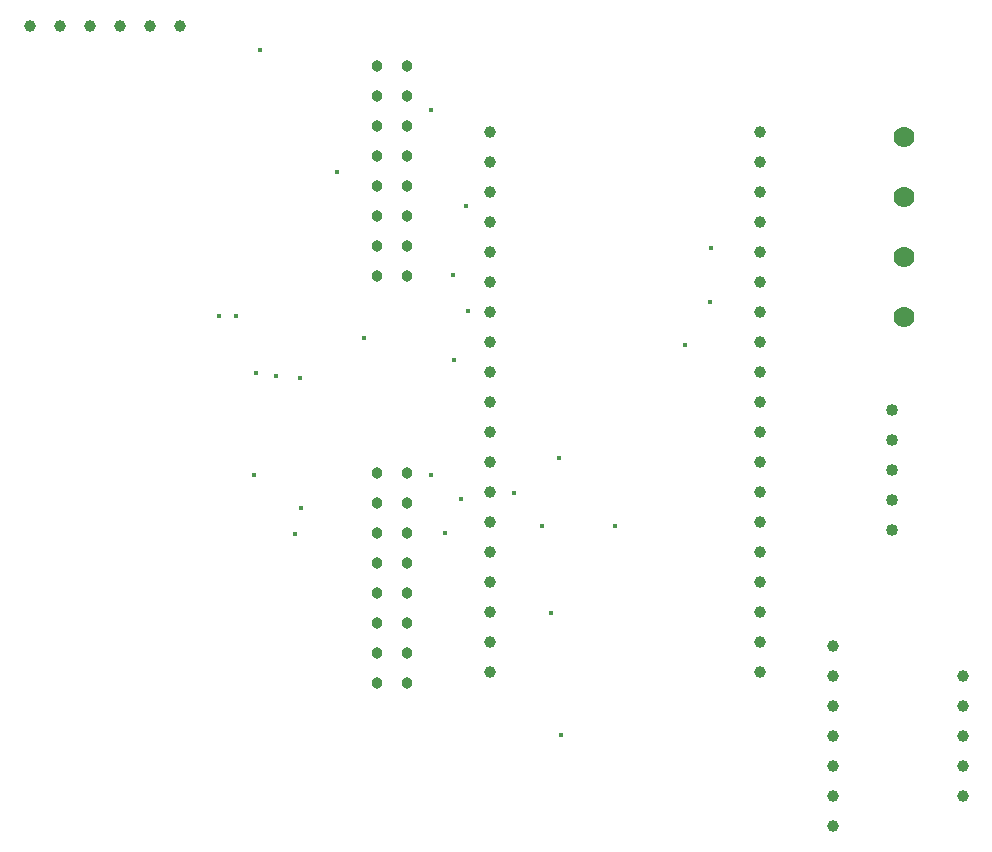
<source format=gbr>
G04 PROTEUS GERBER X2 FILE*
%TF.GenerationSoftware,Labcenter,Proteus,8.9-SP0-Build27865*%
%TF.CreationDate,2020-11-24T08:56:55+00:00*%
%TF.FileFunction,Plated,1,2,PTH*%
%TF.FilePolarity,Positive*%
%TF.Part,Single*%
%TF.SameCoordinates,{ee39a552-392a-4f40-a773-eadb6806b216}*%
%FSLAX45Y45*%
%MOMM*%
G01*
%TA.AperFunction,ViaDrill*%
%ADD47C,0.381000*%
%TA.AperFunction,ComponentDrill*%
%ADD48C,0.965200*%
%TA.AperFunction,ComponentDrill*%
%ADD49C,1.000000*%
%TA.AperFunction,ComponentDrill*%
%ADD50C,1.016000*%
%TA.AperFunction,ComponentDrill*%
%ADD51C,1.778000*%
%TD.AperFunction*%
D47*
X-6850000Y+550000D03*
X-3029186Y-1128888D03*
X-6879260Y-2188790D03*
X-6900000Y-3050000D03*
X-6716200Y-2213880D03*
X-6503654Y-3330222D03*
X-5205431Y-2075901D03*
X-5211703Y-1354666D03*
X-5090472Y-1661191D03*
X-5150000Y-3250000D03*
X-4700000Y-3200000D03*
X-3035457Y-1585932D03*
X-7200000Y-1700000D03*
X-6550000Y-3550000D03*
X-5280691Y-3537185D03*
X-7050000Y-1700000D03*
X-5400000Y-3050000D03*
X-6509925Y-2231123D03*
X-6196345Y-481346D03*
X-5400000Y+39197D03*
X-5964296Y-1887753D03*
X-3250000Y-1950000D03*
X-4300000Y-5250000D03*
X-4386691Y-4217359D03*
X-3840352Y-3479321D03*
X-4463370Y-3479321D03*
X-5105559Y-776378D03*
X-4319597Y-2904227D03*
D48*
X-5854000Y+412000D03*
X-5600000Y+412000D03*
X-5854000Y+158000D03*
X-5600000Y+158000D03*
X-5854000Y-96000D03*
X-5600000Y-96000D03*
X-5854000Y-350000D03*
X-5600000Y-350000D03*
X-5854000Y-604000D03*
X-5600000Y-604000D03*
X-5854000Y-858000D03*
X-5600000Y-858000D03*
X-5854000Y-1112000D03*
X-5600000Y-1112000D03*
X-5854000Y-1366000D03*
X-5600000Y-1366000D03*
D49*
X-4900000Y-150000D03*
X-4900000Y-404000D03*
X-4900000Y-658000D03*
X-4900000Y-912000D03*
X-4900000Y-1166000D03*
X-4900000Y-1420000D03*
X-4900000Y-1674000D03*
X-4900000Y-1928000D03*
X-4900000Y-2182000D03*
X-4900000Y-2436000D03*
X-4900000Y-2690000D03*
X-4900000Y-2944000D03*
X-4900000Y-3198000D03*
X-4900000Y-3452000D03*
X-4900000Y-3706000D03*
X-4900000Y-3960000D03*
X-4900000Y-4214000D03*
X-4900000Y-4468000D03*
X-4900000Y-4722000D03*
X-2614000Y-150000D03*
X-2614000Y-404000D03*
X-2614000Y-658000D03*
X-2614000Y-912000D03*
X-2614000Y-1166000D03*
X-2614000Y-1420000D03*
X-2614000Y-1674000D03*
X-2614000Y-1928000D03*
X-2614000Y-2182000D03*
X-2614000Y-2436000D03*
X-2614000Y-2690000D03*
X-2614000Y-2944000D03*
X-2614000Y-3198000D03*
X-2614000Y-3452000D03*
X-2614000Y-3706000D03*
X-2614000Y-3960000D03*
X-2614000Y-4214000D03*
X-2614000Y-4468000D03*
X-2614000Y-4722000D03*
D48*
X-5854000Y-3034000D03*
X-5600000Y-3034000D03*
X-5854000Y-3288000D03*
X-5600000Y-3288000D03*
X-5854000Y-3542000D03*
X-5600000Y-3542000D03*
X-5854000Y-3796000D03*
X-5600000Y-3796000D03*
X-5854000Y-4050000D03*
X-5600000Y-4050000D03*
X-5854000Y-4304000D03*
X-5600000Y-4304000D03*
X-5854000Y-4558000D03*
X-5600000Y-4558000D03*
X-5854000Y-4812000D03*
X-5600000Y-4812000D03*
D49*
X-8800000Y+750000D03*
X-8546000Y+750000D03*
X-8292000Y+750000D03*
X-8038000Y+750000D03*
X-7784000Y+750000D03*
X-7530000Y+750000D03*
D50*
X-1500000Y-2496000D03*
X-1500000Y-2750000D03*
X-1500000Y-3004000D03*
X-1500000Y-3258000D03*
X-1500000Y-3512000D03*
D51*
X-1400000Y-192000D03*
X-1400000Y-700000D03*
X-1400000Y-1208000D03*
X-1400000Y-1716000D03*
D49*
X-2000000Y-4496000D03*
X-2000000Y-4750000D03*
X-2000000Y-5004000D03*
X-2000000Y-5258000D03*
X-2000000Y-5512000D03*
X-2000000Y-5766000D03*
X-2000000Y-6020000D03*
X-900000Y-4750000D03*
X-900000Y-5004000D03*
X-900000Y-5258000D03*
X-900000Y-5512000D03*
X-900000Y-5766000D03*
M02*

</source>
